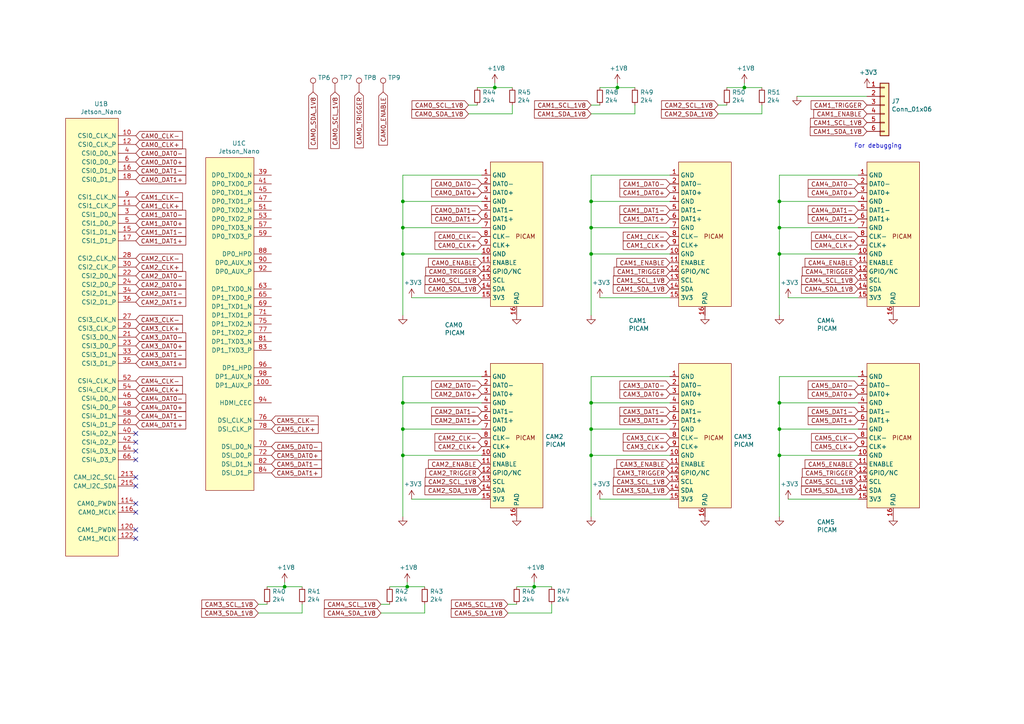
<source format=kicad_sch>
(kicad_sch (version 20200714) (host eeschema "5.99.0-unknown-6296b4e~102~ubuntu18.04.1")
  (page 1 6)
  (paper "A4")
  (lib_symbols
    (symbol "Connector:TestPoint_1" (pin_numbers hide) (pin_names (offset 0.762) hide)
      (property "Reference" "TP" (at 0 6.858 0))
      (property "Value" "TestPoint" (at 0 5.08 0))
      (symbol "TestPoint_1_0_1"
        (circle (center 0 3.302) (radius 0.762))
      )
      (symbol "TestPoint_1_1_1"
        (pin passive line (at 0 0 90) (length 2.54) (name "1") (number "1"))
      )
    )
    (symbol "Connector_Generic:Conn_01x06" (pin_names hide)
      (property "Reference" "J" (at 0 7.62 0))
      (property "Value" "Conn_01x06" (at 0 -10.16 0))
      (symbol "Conn_01x06_1_1"
        (rectangle (start -1.27 -4.953) (end 0 -5.207))
        (rectangle (start -1.27 -7.493) (end 0 -7.747))
        (rectangle (start -1.27 -2.413) (end 0 -2.667))
        (rectangle (start -1.27 2.667) (end 0 2.413))
        (rectangle (start -1.27 5.207) (end 0 4.953))
        (rectangle (start -1.27 6.35) (end 1.27 -8.89) (stroke (width 0.254)) (fill (type background)))
        (rectangle (start -1.27 0.127) (end 0 -0.127))
        (pin passive line (at -5.08 5.08 0) (length 3.81) (name "Pin_1") (number "1"))
        (pin passive line (at -5.08 2.54 0) (length 3.81) (name "Pin_2") (number "2"))
        (pin passive line (at -5.08 0 0) (length 3.81) (name "Pin_3") (number "3"))
        (pin passive line (at -5.08 -2.54 0) (length 3.81) (name "Pin_4") (number "4"))
        (pin passive line (at -5.08 -5.08 0) (length 3.81) (name "Pin_5") (number "5"))
        (pin passive line (at -5.08 -7.62 0) (length 3.81) (name "Pin_6") (number "6"))
      )
    )
    (symbol "Device:R_Small_1" (pin_numbers hide) (pin_names (offset 0.254) hide)
      (property "Reference" "R" (at 0.762 0.508 0))
      (property "Value" "R_Small" (at 0.762 -1.016 0))
      (symbol "R_Small_1_0_1"
        (rectangle (start -0.762 1.778) (end 0.762 -1.778) (stroke (width 0.2032)))
      )
      (symbol "R_Small_1_1_1"
        (pin passive line (at 0 2.54 270) (length 0.762) (name "~") (number "1"))
        (pin passive line (at 0 -2.54 90) (length 0.762) (name "~") (number "2"))
      )
    )
    (symbol "connectors:PICAM"
      (property "Reference" "U" (at 16.51 -25.4 0))
      (property "Value" "PICAM" (at 16.51 -25.4 0))
      (symbol "PICAM_0_0"
        (text "PICAM" (at 2.54 -1.27 0) (effects (font (size 1.27 1.27))))
      )
      (symbol "PICAM_0_1"
        (rectangle (start -7.62 20.32) (end 7.62 -21.59) (fill (type background)))
      )
      (symbol "PICAM_1_1"
        (pin power_in line (at -10.16 16.51 0) (length 2.54) (name "GND") (number "1"))
        (pin power_in line (at -10.16 -6.35 0) (length 2.54) (name "GND") (number "10"))
        (pin input line (at -10.16 -8.89 0) (length 2.54) (name "ENABLE") (number "11"))
        (pin input line (at -10.16 -11.43 0) (length 2.54) (name "GPIO/NC") (number "12"))
        (pin input line (at -10.16 -13.97 0) (length 2.54) (name "SCL") (number "13"))
        (pin input line (at -10.16 -16.51 0) (length 2.54) (name "SDA") (number "14"))
        (pin power_in line (at -10.16 -19.05 0) (length 2.54) (name "3V3") (number "15"))
        (pin passive line (at 0 -24.13 90) (length 2.54) (name "PAD") (number "16"))
        (pin input line (at -10.16 13.97 0) (length 2.54) (name "DAT0-") (number "2"))
        (pin input line (at -10.16 11.43 0) (length 2.54) (name "DAT0+") (number "3"))
        (pin power_in line (at -10.16 8.89 0) (length 2.54) (name "GND") (number "4"))
        (pin input line (at -10.16 6.35 0) (length 2.54) (name "DAT1-") (number "5"))
        (pin input line (at -10.16 3.81 0) (length 2.54) (name "DAT1+") (number "6"))
        (pin power_in line (at -10.16 1.27 0) (length 2.54) (name "GND") (number "7"))
        (pin input line (at -10.16 -1.27 0) (length 2.54) (name "CLK-") (number "8"))
        (pin input line (at -10.16 -3.81 0) (length 2.54) (name "CLK+") (number "9"))
      )
    )
    (symbol "nvidia_jetson:Jetson_Nano"
      (property "Reference" "U" (at 0 -60.96 0))
      (property "Value" "Jetson_Nano" (at 0 -63.5 0))
      (symbol "Jetson_Nano_1_1"
        (rectangle (start -15.24 66.04) (end 12.7 -53.34) (fill (type background)))
        (pin power_in line (at -20.32 33.02 0) (length 5.08) (name "GND") (number "1"))
        (pin power_in line (at -20.32 -43.18 0) (length 5.08) (name "GND") (number "102"))
        (pin power_in line (at -20.32 -45.72 0) (length 5.08) (name "GND") (number "107"))
        (pin power_in line (at 17.78 40.64 180) (length 5.08) (name "GND") (number "113"))
        (pin power_in line (at 17.78 38.1 180) (length 5.08) (name "GND") (number "119"))
        (pin power_in line (at 17.78 35.56 180) (length 5.08) (name "GND") (number "125"))
        (pin power_in line (at 17.78 33.02 180) (length 5.08) (name "GND") (number "129"))
        (pin power_in line (at -20.32 22.86 0) (length 5.08) (name "GND") (number "13"))
        (pin power_in line (at 17.78 30.48 180) (length 5.08) (name "GND") (number "132"))
        (pin power_in line (at 17.78 27.94 180) (length 5.08) (name "GND") (number "135"))
        (pin power_in line (at 17.78 25.4 180) (length 5.08) (name "GND") (number "138"))
        (pin power_in line (at -20.32 20.32 0) (length 5.08) (name "GND") (number "14"))
        (pin power_in line (at 17.78 22.86 180) (length 5.08) (name "GND") (number "141"))
        (pin power_in line (at 17.78 20.32 180) (length 5.08) (name "GND") (number "144"))
        (pin power_in line (at 17.78 17.78 180) (length 5.08) (name "GND") (number "146"))
        (pin power_in line (at 17.78 15.24 180) (length 5.08) (name "GND") (number "147"))
        (pin power_in line (at 17.78 12.7 180) (length 5.08) (name "GND") (number "152"))
        (pin power_in line (at 17.78 10.16 180) (length 5.08) (name "GND") (number "153"))
        (pin power_in line (at 17.78 7.62 180) (length 5.08) (name "GND") (number "158"))
        (pin power_in line (at 17.78 5.08 180) (length 5.08) (name "GND") (number "159"))
        (pin power_in line (at 17.78 2.54 180) (length 5.08) (name "GND") (number "164"))
        (pin power_in line (at 17.78 0 180) (length 5.08) (name "GND") (number "165"))
        (pin power_in line (at 17.78 -2.54 180) (length 5.08) (name "GND") (number "170"))
        (pin power_in line (at 17.78 -5.08 180) (length 5.08) (name "GND") (number "171"))
        (pin power_in line (at 17.78 -7.62 180) (length 5.08) (name "GND") (number "176"))
        (pin power_in line (at 17.78 -10.16 180) (length 5.08) (name "GND") (number "177"))
        (pin input line (at 17.78 48.26 180) (length 5.08) (name "nMOD_SLEEP") (number "178"))
        (pin power_in line (at -20.32 17.78 0) (length 5.08) (name "GND") (number "19"))
        (pin power_in line (at -20.32 30.48 0) (length 5.08) (name "GND") (number "2"))
        (pin power_in line (at -20.32 15.24 0) (length 5.08) (name "GND") (number "20"))
        (pin power_in line (at 17.78 -12.7 180) (length 5.08) (name "GND") (number "200"))
        (pin power_in line (at 17.78 -15.24 180) (length 5.08) (name "GND") (number "201"))
        (pin input line (at 17.78 53.34 180) (length 5.08) (name "nFORCE_RECOVERY") (number "214"))
        (pin power_in line (at 17.78 -17.78 180) (length 5.08) (name "GND") (number "217"))
        (pin power_in line (at 17.78 -20.32 180) (length 5.08) (name "GND") (number "231"))
        (pin input line (at 17.78 60.96 180) (length 5.08) (name "nSHUTDOWN_REQ") (number "233"))
        (pin input line (at 17.78 58.42 180) (length 5.08) (name "PMIC_BBAT") (number "235"))
        (pin input line (at 17.78 45.72 180) (length 5.08) (name "POWER_EN") (number "237"))
        (pin input line (at 17.78 50.8 180) (length 5.08) (name "nSYS_RESET") (number "239"))
        (pin input line (at 17.78 55.88 180) (length 5.08) (name "SLEEP/WAKE") (number "240"))
        (pin power_in line (at 17.78 -22.86 180) (length 5.08) (name "GND") (number "241"))
        (pin power_in line (at 17.78 -25.4 180) (length 5.08) (name "GND") (number "242"))
        (pin power_in line (at 17.78 -27.94 180) (length 5.08) (name "GND") (number "243"))
        (pin power_in line (at 17.78 -30.48 180) (length 5.08) (name "GND") (number "244"))
        (pin power_in line (at 17.78 -33.02 180) (length 5.08) (name "GND") (number "245"))
        (pin power_in line (at 17.78 -35.56 180) (length 5.08) (name "GND") (number "246"))
        (pin power_in line (at 17.78 -38.1 180) (length 5.08) (name "GND") (number "247"))
        (pin power_in line (at 17.78 -40.64 180) (length 5.08) (name "GND") (number "248"))
        (pin power_in line (at 17.78 -43.18 180) (length 5.08) (name "GND") (number "249"))
        (pin power_in line (at -20.32 12.7 0) (length 5.08) (name "GND") (number "25"))
        (pin power_in line (at 17.78 -45.72 180) (length 5.08) (name "GND") (number "250"))
        (pin power_in line (at -20.32 60.96 0) (length 5.08) (name "VDD_IN") (number "251"))
        (pin power_in line (at -20.32 58.42 0) (length 5.08) (name "VDD_IN") (number "252"))
        (pin power_in line (at -20.32 55.88 0) (length 5.08) (name "VDD_IN") (number "253"))
        (pin power_in line (at -20.32 53.34 0) (length 5.08) (name "VDD_IN") (number "254"))
        (pin power_in line (at -20.32 50.8 0) (length 5.08) (name "VDD_IN") (number "255"))
        (pin power_in line (at -20.32 48.26 0) (length 5.08) (name "VDD_IN") (number "256"))
        (pin power_in line (at -20.32 45.72 0) (length 5.08) (name "VDD_IN") (number "257"))
        (pin power_in line (at -20.32 43.18 0) (length 5.08) (name "VDD_IN") (number "258"))
        (pin power_in line (at -20.32 40.64 0) (length 5.08) (name "VDD_IN") (number "259"))
        (pin power_in line (at -20.32 10.16 0) (length 5.08) (name "GND") (number "26"))
        (pin power_in line (at -20.32 38.1 0) (length 5.08) (name "VDD_IN") (number "260"))
        (pin power_in line (at -20.32 -48.26 0) (length 5.08) (name "MNT") (number "261"))
        (pin power_in line (at 17.78 -48.26 180) (length 5.08) (name "MNT") (number "262"))
        (pin power_in line (at -20.32 7.62 0) (length 5.08) (name "GND") (number "31"))
        (pin power_in line (at -20.32 5.08 0) (length 5.08) (name "GND") (number "32"))
        (pin power_in line (at -20.32 2.54 0) (length 5.08) (name "GND") (number "37"))
        (pin power_in line (at -20.32 0 0) (length 5.08) (name "GND") (number "38"))
        (pin power_in line (at -20.32 -2.54 0) (length 5.08) (name "GND") (number "43"))
        (pin power_in line (at -20.32 -5.08 0) (length 5.08) (name "GND") (number "44"))
        (pin power_in line (at -20.32 -7.62 0) (length 5.08) (name "GND") (number "49"))
        (pin power_in line (at -20.32 -10.16 0) (length 5.08) (name "GND") (number "50"))
        (pin power_in line (at -20.32 -12.7 0) (length 5.08) (name "GND") (number "55"))
        (pin power_in line (at -20.32 -15.24 0) (length 5.08) (name "GND") (number "56"))
        (pin power_in line (at -20.32 -17.78 0) (length 5.08) (name "GND") (number "61"))
        (pin power_in line (at -20.32 -20.32 0) (length 5.08) (name "GND") (number "62"))
        (pin power_in line (at -20.32 -22.86 0) (length 5.08) (name "GND") (number "67"))
        (pin power_in line (at -20.32 -25.4 0) (length 5.08) (name "GND") (number "68"))
        (pin power_in line (at -20.32 27.94 0) (length 5.08) (name "GND") (number "7"))
        (pin power_in line (at -20.32 -27.94 0) (length 5.08) (name "GND") (number "73"))
        (pin power_in line (at -20.32 -30.48 0) (length 5.08) (name "GND") (number "74"))
        (pin power_in line (at -20.32 -33.02 0) (length 5.08) (name "GND") (number "79"))
        (pin power_in line (at -20.32 25.4 0) (length 5.08) (name "GND") (number "8"))
        (pin power_in line (at -20.32 -35.56 0) (length 5.08) (name "GND") (number "80"))
        (pin power_in line (at -20.32 -38.1 0) (length 5.08) (name "GND") (number "85"))
        (pin power_in line (at -20.32 -40.64 0) (length 5.08) (name "GND") (number "86"))
      )
      (symbol "Jetson_Nano_2_1"
        (rectangle (start -7.62 63.5) (end 7.62 -63.5) (fill (type background)))
        (pin input line (at 12.7 58.42 180) (length 5.08) (name "CSI0_CLK_N") (number "10"))
        (pin input line (at 12.7 38.1 180) (length 5.08) (name "CSI1_CLK_P") (number "11"))
        (pin input line (at 12.7 -48.26 180) (length 5.08) (name "CAM0_PWDN") (number "114"))
        (pin input line (at 12.7 -50.8 180) (length 5.08) (name "CAM0_MCLK") (number "116"))
        (pin input line (at 12.7 55.88 180) (length 5.08) (name "CSI0_CLK_P") (number "12"))
        (pin input line (at 12.7 -55.88 180) (length 5.08) (name "CAM1_PWDN") (number "120"))
        (pin input line (at 12.7 -58.42 180) (length 5.08) (name "CAM1_MCLK") (number "122"))
        (pin input line (at 12.7 30.48 180) (length 5.08) (name "CSI1_D1_N") (number "15"))
        (pin input line (at 12.7 48.26 180) (length 5.08) (name "CSI0_D1_N") (number "16"))
        (pin input line (at 12.7 27.94 180) (length 5.08) (name "CSI1_D1_P") (number "17"))
        (pin input line (at 12.7 45.72 180) (length 5.08) (name "CSI0_D1_P") (number "18"))
        (pin input line (at 12.7 0 180) (length 5.08) (name "CSI3_D0_N") (number "21"))
        (pin input line (at 12.7 -40.64 180) (length 5.08) (name "CAM_I2C_SCL") (number "213"))
        (pin input line (at 12.7 -43.18 180) (length 5.08) (name "CAM_I2C_SDA") (number "215"))
        (pin input line (at 12.7 17.78 180) (length 5.08) (name "CSI2_D0_N") (number "22"))
        (pin input line (at 12.7 -2.54 180) (length 5.08) (name "CSI3_D0_P") (number "23"))
        (pin input line (at 12.7 15.24 180) (length 5.08) (name "CSI2_D0_P") (number "24"))
        (pin input line (at 12.7 5.08 180) (length 5.08) (name "CSI3_CLK_N") (number "27"))
        (pin input line (at 12.7 22.86 180) (length 5.08) (name "CSI2_CLK_N") (number "28"))
        (pin input line (at 12.7 2.54 180) (length 5.08) (name "CSI3_CLK_P") (number "29"))
        (pin input line (at 12.7 35.56 180) (length 5.08) (name "CSI1_D0_N") (number "3"))
        (pin input line (at 12.7 20.32 180) (length 5.08) (name "CSI2_CLK_P") (number "30"))
        (pin input line (at 12.7 -5.08 180) (length 5.08) (name "CSI3_D1_N") (number "33"))
        (pin input line (at 12.7 12.7 180) (length 5.08) (name "CSI2_D1_N") (number "34"))
        (pin input line (at 12.7 -7.62 180) (length 5.08) (name "CSI3_D1_P") (number "35"))
        (pin input line (at 12.7 10.16 180) (length 5.08) (name "CSI2_D1_P") (number "36"))
        (pin input line (at 12.7 53.34 180) (length 5.08) (name "CSI0_D0_N") (number "4"))
        (pin input line (at 12.7 -27.94 180) (length 5.08) (name "CSI4_D2_N") (number "40"))
        (pin input line (at 12.7 -30.48 180) (length 5.08) (name "CSI4_D2_P") (number "42"))
        (pin input line (at 12.7 -17.78 180) (length 5.08) (name "CSI4_D0_N") (number "46"))
        (pin input line (at 12.7 -20.32 180) (length 5.08) (name "CSI4_D0_P") (number "48"))
        (pin input line (at 12.7 33.02 180) (length 5.08) (name "CSI1_D0_P") (number "5"))
        (pin input line (at 12.7 -12.7 180) (length 5.08) (name "CSI4_CLK_N") (number "52"))
        (pin input line (at 12.7 -15.24 180) (length 5.08) (name "CSI4_CLK_P") (number "54"))
        (pin input line (at 12.7 -22.86 180) (length 5.08) (name "CSI4_D1_N") (number "58"))
        (pin input line (at 12.7 50.8 180) (length 5.08) (name "CSI0_D0_P") (number "6"))
        (pin input line (at 12.7 -25.4 180) (length 5.08) (name "CSI4_D1_P") (number "60"))
        (pin input line (at 12.7 -33.02 180) (length 5.08) (name "CSI4_D3_N") (number "64"))
        (pin input line (at 12.7 -35.56 180) (length 5.08) (name "CSI4_D3_P") (number "66"))
        (pin input line (at 12.7 40.64 180) (length 5.08) (name "CSI1_CLK_N") (number "9"))
      )
      (symbol "Jetson_Nano_3_1"
        (rectangle (start -6.35 45.72) (end 7.62 -50.8) (fill (type background)))
        (pin input line (at 12.7 -20.32 180) (length 5.08) (name "DP1_AUX_P") (number "100"))
        (pin input line (at 12.7 40.64 180) (length 5.08) (name "DP0_TXD0_N") (number "39"))
        (pin input line (at 12.7 38.1 180) (length 5.08) (name "DP0_TXD0_P") (number "41"))
        (pin input line (at 12.7 35.56 180) (length 5.08) (name "DP0_TXD1_N") (number "45"))
        (pin input line (at 12.7 33.02 180) (length 5.08) (name "DP0_TXD1_P") (number "47"))
        (pin input line (at 12.7 30.48 180) (length 5.08) (name "DP0_TXD2_N") (number "51"))
        (pin input line (at 12.7 27.94 180) (length 5.08) (name "DP0_TXD2_P") (number "53"))
        (pin input line (at 12.7 25.4 180) (length 5.08) (name "DP0_TXD3_N") (number "57"))
        (pin input line (at 12.7 22.86 180) (length 5.08) (name "DP0_TXD3_P") (number "59"))
        (pin input line (at 12.7 7.62 180) (length 5.08) (name "DP1_TXD0_N") (number "63"))
        (pin input line (at 12.7 5.08 180) (length 5.08) (name "DP1_TXD0_P") (number "65"))
        (pin input line (at 12.7 2.54 180) (length 5.08) (name "DP1_TXD1_N") (number "69"))
        (pin input line (at 12.7 -38.1 180) (length 5.08) (name "DSI_D0_N") (number "70"))
        (pin input line (at 12.7 0 180) (length 5.08) (name "DP1_TXD1_P") (number "71"))
        (pin input line (at 12.7 -40.64 180) (length 5.08) (name "DSI_D0_P") (number "72"))
        (pin input line (at 12.7 -2.54 180) (length 5.08) (name "DP1_TXD2_N") (number "75"))
        (pin input line (at 12.7 -30.48 180) (length 5.08) (name "DSI_CLK_N") (number "76"))
        (pin input line (at 12.7 -5.08 180) (length 5.08) (name "DP1_TXD2_P") (number "77"))
        (pin input line (at 12.7 -33.02 180) (length 5.08) (name "DSI_CLK_P") (number "78"))
        (pin input line (at 12.7 -7.62 180) (length 5.08) (name "DP1_TXD3_N") (number "81"))
        (pin input line (at 12.7 -43.18 180) (length 5.08) (name "DSI_D1_N") (number "82"))
        (pin input line (at 12.7 -10.16 180) (length 5.08) (name "DP1_TXD3_P") (number "83"))
        (pin input line (at 12.7 -45.72 180) (length 5.08) (name "DSI_D1_P") (number "84"))
        (pin input line (at 12.7 17.78 180) (length 5.08) (name "DP0_HPD") (number "88"))
        (pin input line (at 12.7 15.24 180) (length 5.08) (name "DP0_AUX_N") (number "90"))
        (pin input line (at 12.7 12.7 180) (length 5.08) (name "DP0_AUX_P") (number "92"))
        (pin input line (at 12.7 -25.4 180) (length 5.08) (name "HDMI_CEC") (number "94"))
        (pin input line (at 12.7 -15.24 180) (length 5.08) (name "DP1_HPD") (number "96"))
        (pin input line (at 12.7 -17.78 180) (length 5.08) (name "DP1_AUX_N") (number "98"))
      )
      (symbol "Jetson_Nano_4_1"
        (rectangle (start -7.62 45.72) (end 10.16 -52.07) (fill (type background)))
        (pin input line (at 15.24 10.16 180) (length 5.08) (name "PCIE0_RX0_N") (number "131"))
        (pin input line (at 15.24 7.62 180) (length 5.08) (name "PCIE0_RX0_P") (number "133"))
        (pin input line (at 15.24 33.02 180) (length 5.08) (name "PCIE0_TX0_N") (number "134"))
        (pin input line (at 15.24 30.48 180) (length 5.08) (name "PCIE0_TX0_P") (number "136"))
        (pin input line (at 15.24 5.08 180) (length 5.08) (name "PCIE0_RX1_N") (number "137"))
        (pin input line (at 15.24 2.54 180) (length 5.08) (name "PCIE0_RX1_P") (number "139"))
        (pin input line (at 15.24 27.94 180) (length 5.08) (name "PCIE0_TX1_N") (number "140"))
        (pin input line (at 15.24 25.4 180) (length 5.08) (name "PCIE0_TX1_P") (number "142"))
        (pin input line (at 15.24 22.86 180) (length 5.08) (name "PCIE0_TX2_N") (number "148"))
        (pin input line (at 15.24 0 180) (length 5.08) (name "PCIE0_RX2_N") (number "149"))
        (pin input line (at 15.24 20.32 180) (length 5.08) (name "PCIE0_TX2_P") (number "150"))
        (pin input line (at 15.24 -2.54 180) (length 5.08) (name "PCIE0_RX2_P") (number "151"))
        (pin input line (at 15.24 17.78 180) (length 5.08) (name "PCIE0_TX3_N") (number "154"))
        (pin input line (at 15.24 -5.08 180) (length 5.08) (name "PCIE0_RX3_N") (number "155"))
        (pin input line (at 15.24 15.24 180) (length 5.08) (name "PCIE0_TX3_P") (number "156"))
        (pin input line (at 15.24 -7.62 180) (length 5.08) (name "PCIE0_RX3_P") (number "157"))
        (pin input line (at 15.24 40.64 180) (length 5.08) (name "PCIE0_CLK_N") (number "160"))
        (pin input line (at 15.24 38.1 180) (length 5.08) (name "PCIE0_CLK_P") (number "162"))
        (pin input line (at 15.24 -38.1 180) (length 5.08) (name "PCIE1_RX0_N") (number "167"))
        (pin input line (at 15.24 -40.64 180) (length 5.08) (name "PCIE1_RX0_P") (number "169"))
        (pin input line (at 15.24 -30.48 180) (length 5.08) (name "PCIE1_TX0_N") (number "172"))
        (pin input line (at 15.24 -22.86 180) (length 5.08) (name "PCIE1_CLK_N") (number "173"))
        (pin input line (at 15.24 -33.02 180) (length 5.08) (name "PCIE1_TX0_P") (number "174"))
        (pin input line (at 15.24 -25.4 180) (length 5.08) (name "PCIE1_CLK_P") (number "175"))
        (pin input line (at 15.24 -12.7 180) (length 5.08) (name "nPCIE_WAKE") (number "179"))
        (pin input line (at 15.24 -17.78 180) (length 5.08) (name "nPCIE0_CLKREQ") (number "180"))
        (pin input line (at 15.24 -15.24 180) (length 5.08) (name "nPCIE0_RST") (number "181"))
        (pin input line (at 15.24 -45.72 180) (length 5.08) (name "nPCIE1_CLKREQ") (number "182"))
        (pin input line (at 15.24 -48.26 180) (length 5.08) (name "nPCIE1_RST") (number "183"))
      )
      (symbol "Jetson_Nano_5_1"
        (rectangle (start -7.62 43.18) (end 7.62 -45.72) (fill (type background)))
        (pin input line (at 12.7 38.1 180) (length 5.08) (name "USB0_D_N") (number "109"))
        (pin input line (at 12.7 35.56 180) (length 5.08) (name "USB0_D_P") (number "111"))
        (pin input line (at 12.7 30.48 180) (length 5.08) (name "USB1_D_N") (number "115"))
        (pin input line (at 12.7 27.94 180) (length 5.08) (name "USB1_D_P") (number "117"))
        (pin input line (at 12.7 22.86 180) (length 5.08) (name "USB2_D_N") (number "121"))
        (pin input line (at 12.7 20.32 180) (length 5.08) (name "USB2_D_P") (number "123"))
        (pin input line (at 12.7 15.24 180) (length 5.08) (name "USBSS_RX_N") (number "161"))
        (pin input line (at 12.7 12.7 180) (length 5.08) (name "USBSS_RX_P") (number "163"))
        (pin input line (at 12.7 10.16 180) (length 5.08) (name "USBSS_TX_N") (number "166"))
        (pin input line (at 12.7 7.62 180) (length 5.08) (name "USBSS_TX_P") (number "168"))
        (pin input line (at 12.7 2.54 180) (length 5.08) (name "GBE_MDI0_N") (number "184"))
        (pin input line (at 12.7 0 180) (length 5.08) (name "GBE_MDI0_P") (number "186"))
        (pin input line (at 12.7 -20.32 180) (length 5.08) (name "GBE_LED_LINK") (number "188"))
        (pin input line (at 12.7 -2.54 180) (length 5.08) (name "GBE_MDI1_N") (number "190"))
        (pin input line (at 12.7 -5.08 180) (length 5.08) (name "GBE_MDI1_P") (number "192"))
        (pin input line (at 12.7 -22.86 180) (length 5.08) (name "GBE_LED_ACT") (number "194"))
        (pin input line (at 12.7 -7.62 180) (length 5.08) (name "GBE_MDI2_N") (number "196"))
        (pin input line (at 12.7 -10.16 180) (length 5.08) (name "GBE_MDI2_P") (number "198"))
        (pin input line (at 12.7 -12.7 180) (length 5.08) (name "GBE_MDI3_N") (number "202"))
        (pin input line (at 12.7 -15.24 180) (length 5.08) (name "GBE_MDI3_P") (number "204"))
        (pin input line (at 12.7 -27.94 180) (length 5.08) (name "SDMMC_DAT0") (number "219"))
        (pin input line (at 12.7 -30.48 180) (length 5.08) (name "SDMMC_DAT1") (number "221"))
        (pin input line (at 12.7 -33.02 180) (length 5.08) (name "SDMMC_DAT2") (number "223"))
        (pin input line (at 12.7 -35.56 180) (length 5.08) (name "SDMMC_DAT3") (number "225"))
        (pin input line (at 12.7 -38.1 180) (length 5.08) (name "SDMMC_CMD") (number "227"))
        (pin input line (at 12.7 -40.64 180) (length 5.08) (name "SDMMC_CLK") (number "229"))
      )
      (symbol "Jetson_Nano_6_1"
        (rectangle (start -7.62 60.96) (end 7.62 -55.88) (fill (type background)))
        (pin input line (at 12.7 53.34 180) (length 5.08) (name "UART0_RXD") (number "101"))
        (pin input line (at 12.7 50.8 180) (length 5.08) (name "UART0_RTS") (number "103"))
        (pin input line (at 12.7 5.08 180) (length 5.08) (name "SPI1_MOSI") (number "104"))
        (pin input line (at 12.7 48.26 180) (length 5.08) (name "UART0_CTS") (number "105"))
        (pin input line (at 12.7 7.62 180) (length 5.08) (name "SPI1_SCK") (number "106"))
        (pin input line (at 12.7 2.54 180) (length 5.08) (name "SPI1_MISO") (number "108"))
        (pin input line (at 12.7 0 180) (length 5.08) (name "SPI1_CS0") (number "110"))
        (pin input line (at 12.7 -2.54 180) (length 5.08) (name "SPI1_CS1") (number "112"))
        (pin input line (at 12.7 -48.26 180) (length 5.08) (name "CAN_RX") (number "143"))
        (pin input line (at 12.7 -50.8 180) (length 5.08) (name "CAN_TX") (number "145"))
        (pin input line (at 12.7 26.67 180) (length 5.08) (name "I2C0_SCL") (number "185"))
        (pin input line (at 12.7 24.13 180) (length 5.08) (name "I2C0_SDA") (number "187"))
        (pin input line (at 12.7 20.32 180) (length 5.08) (name "I2C1_SCL") (number "189"))
        (pin input line (at 12.7 17.78 180) (length 5.08) (name "I2C1_SDA") (number "191"))
        (pin input line (at 12.7 -22.86 180) (length 5.08) (name "I2S0_DOUT") (number "193"))
        (pin input line (at 12.7 -25.4 180) (length 5.08) (name "I2S0_DIN") (number "195"))
        (pin input line (at 12.7 -27.94 180) (length 5.08) (name "I2S0_FS") (number "197"))
        (pin input line (at 12.7 -30.48 180) (length 5.08) (name "I2S0_SCLK") (number "199"))
        (pin input line (at 12.7 44.45 180) (length 5.08) (name "UART1_TXD") (number "203"))
        (pin input line (at 12.7 41.91 180) (length 5.08) (name "UART1_RXD") (number "205"))
        (pin input line (at 12.7 39.37 180) (length 5.08) (name "UART1_RTS") (number "207"))
        (pin input line (at 12.7 36.83 180) (length 5.08) (name "UART1_CTS") (number "209"))
        (pin input line (at 12.7 -35.56 180) (length 5.08) (name "I2S1_DOUT") (number "220"))
        (pin input line (at 12.7 -38.1 180) (length 5.08) (name "I2S1_DIN") (number "222"))
        (pin input line (at 12.7 -40.64 180) (length 5.08) (name "I2S1_FS") (number "224"))
        (pin input line (at 12.7 -43.18 180) (length 5.08) (name "I2S1_SCLK") (number "226"))
        (pin input line (at 12.7 13.97 180) (length 5.08) (name "I2C2_SCL") (number "232"))
        (pin input line (at 12.7 11.43 180) (length 5.08) (name "I2C2_SDA") (number "234"))
        (pin input line (at 12.7 33.02 180) (length 5.08) (name "UART2_TXD") (number "236"))
        (pin input line (at 12.7 30.48 180) (length 5.08) (name "UART2_RXD") (number "238"))
        (pin input line (at 12.7 -10.16 180) (length 5.08) (name "SPI0_MOSI") (number "89"))
        (pin input line (at 12.7 -7.62 180) (length 5.08) (name "SPI0_SCK") (number "91"))
        (pin input line (at 12.7 -12.7 180) (length 5.08) (name "SPI0_MISO") (number "93"))
        (pin input line (at 12.7 -15.24 180) (length 5.08) (name "SPI0_CS0") (number "95"))
        (pin input line (at 12.7 -17.78 180) (length 5.08) (name "SPI0_CS1") (number "97"))
        (pin input line (at 12.7 55.88 180) (length 5.08) (name "UART0_TXD") (number "99"))
      )
      (symbol "Jetson_Nano_7_1"
        (rectangle (start -7.62 22.86) (end 7.62 -25.4) (fill (type background)))
        (pin input line (at 12.7 16.51 180) (length 5.08) (name "GPIO01") (number "118"))
        (pin input line (at 12.7 13.97 180) (length 5.08) (name "GPIO02") (number "124"))
        (pin input line (at 12.7 11.43 180) (length 5.08) (name "GPIO03") (number "126"))
        (pin input line (at 12.7 8.89 180) (length 5.08) (name "GPIO04") (number "127"))
        (pin input line (at 12.7 6.35 180) (length 5.08) (name "GPIO05") (number "128"))
        (pin input line (at 12.7 3.81 180) (length 5.08) (name "GPIO06") (number "130"))
        (pin input line (at 12.7 1.27 180) (length 5.08) (name "GPIO07") (number "206"))
        (pin input line (at 12.7 -1.27 180) (length 5.08) (name "GPIO08") (number "208"))
        (pin input line (at 12.7 -21.59 180) (length 5.08) (name "CLK_32K_OUT") (number "210"))
        (pin input line (at 12.7 -3.81 180) (length 5.08) (name "GPIO09") (number "211"))
        (pin input line (at 12.7 -6.35 180) (length 5.08) (name "GPIO10") (number "212"))
        (pin input line (at 12.7 -8.89 180) (length 5.08) (name "GPIO11") (number "216"))
        (pin input line (at 12.7 -11.43 180) (length 5.08) (name "GPIO12") (number "218"))
        (pin input line (at 12.7 -13.97 180) (length 5.08) (name "GPIO13") (number "228"))
        (pin input line (at 12.7 -16.51 180) (length 5.08) (name "GPIO14") (number "230"))
        (pin input line (at 12.7 19.05 180) (length 5.08) (name "GPIO0") (number "87"))
      )
    )
    (symbol "power:+1V8" (power) (pin_names (offset 0))
      (property "Value" "+1V8" (at 0 3.556 0))
      (symbol "+1V8_0_1"
        (polyline (pts (xy -0.762 1.27) (xy 0 2.54)))
        (polyline (pts (xy 0 0) (xy 0 2.54)))
        (polyline (pts (xy 0 2.54) (xy 0.762 1.27)))
      )
      (symbol "+1V8_1_1"
        (pin power_in line (at 0 0 90) (length 0) hide (name "+1V8") (number "1"))
      )
    )
    (symbol "power:+3V3" (power) (pin_names (offset 0))
      (property "Value" "+3V3" (at 0 3.556 0))
      (symbol "+3V3_0_1"
        (polyline (pts (xy -0.762 1.27) (xy 0 2.54)))
        (polyline (pts (xy 0 0) (xy 0 2.54)))
        (polyline (pts (xy 0 2.54) (xy 0.762 1.27)))
      )
      (symbol "+3V3_1_1"
        (pin power_in line (at 0 0 90) (length 0) hide (name "+3V3") (number "1"))
      )
    )
    (symbol "power:GND" (power) (pin_names (offset 0))
      (property "Value" "GND" (at 0 -3.81 0))
      (symbol "GND_0_1"
        (polyline (pts (xy 0 0) (xy 0 -1.27) (xy 1.27 -1.27) (xy 0 -2.54) (xy -1.27 -1.27) (xy 0 -1.27)))
      )
      (symbol "GND_1_1"
        (pin power_in line (at 0 0 270) (length 0) hide (name "GND") (number "1"))
      )
    )
  )
  (junction (at 82.55 170.18))
  (junction (at 116.84 58.42))
  (junction (at 116.84 66.04))
  (junction (at 116.84 73.66))
  (junction (at 116.84 116.84))
  (junction (at 116.84 124.46))
  (junction (at 116.84 132.08))
  (junction (at 118.11 170.18))
  (junction (at 143.51 25.4))
  (junction (at 154.94 170.18))
  (junction (at 171.45 58.42))
  (junction (at 171.45 66.04))
  (junction (at 171.45 73.66))
  (junction (at 171.45 116.84))
  (junction (at 171.45 124.46))
  (junction (at 171.45 132.08))
  (junction (at 179.07 25.4))
  (junction (at 215.9 25.4))
  (junction (at 226.06 58.42))
  (junction (at 226.06 66.04))
  (junction (at 226.06 73.66))
  (junction (at 226.06 116.84))
  (junction (at 226.06 124.46))
  (junction (at 226.06 132.08))
  (no_connect (at 39.37 148.59))
  (no_connect (at 39.37 156.21))
  (no_connect (at 39.37 133.35))
  (no_connect (at 39.37 125.73))
  (no_connect (at 39.37 138.43))
  (no_connect (at 39.37 146.05))
  (no_connect (at 39.37 128.27))
  (no_connect (at 39.37 140.97))
  (no_connect (at 39.37 153.67))
  (no_connect (at 39.37 130.81))
  (wire (pts (xy 74.93 175.26) (xy 77.47 175.26)))
  (wire (pts (xy 74.93 177.8) (xy 87.63 177.8)))
  (wire (pts (xy 77.47 170.18) (xy 82.55 170.18)))
  (wire (pts (xy 82.55 170.18) (xy 82.55 168.91)))
  (wire (pts (xy 87.63 170.18) (xy 82.55 170.18)))
  (wire (pts (xy 87.63 175.26) (xy 87.63 177.8)))
  (wire (pts (xy 110.49 175.26) (xy 113.03 175.26)))
  (wire (pts (xy 110.49 177.8) (xy 123.19 177.8)))
  (wire (pts (xy 113.03 170.18) (xy 118.11 170.18)))
  (wire (pts (xy 116.84 50.8) (xy 116.84 58.42)))
  (wire (pts (xy 116.84 50.8) (xy 139.7 50.8)))
  (wire (pts (xy 116.84 58.42) (xy 116.84 66.04)))
  (wire (pts (xy 116.84 58.42) (xy 139.7 58.42)))
  (wire (pts (xy 116.84 66.04) (xy 116.84 73.66)))
  (wire (pts (xy 116.84 66.04) (xy 139.7 66.04)))
  (wire (pts (xy 116.84 73.66) (xy 116.84 91.44)))
  (wire (pts (xy 116.84 73.66) (xy 139.7 73.66)))
  (wire (pts (xy 116.84 109.22) (xy 116.84 116.84)))
  (wire (pts (xy 116.84 109.22) (xy 139.7 109.22)))
  (wire (pts (xy 116.84 116.84) (xy 116.84 124.46)))
  (wire (pts (xy 116.84 116.84) (xy 139.7 116.84)))
  (wire (pts (xy 116.84 124.46) (xy 116.84 132.08)))
  (wire (pts (xy 116.84 124.46) (xy 139.7 124.46)))
  (wire (pts (xy 116.84 132.08) (xy 116.84 149.86)))
  (wire (pts (xy 116.84 132.08) (xy 139.7 132.08)))
  (wire (pts (xy 118.11 170.18) (xy 118.11 168.91)))
  (wire (pts (xy 119.38 86.36) (xy 139.7 86.36)))
  (wire (pts (xy 119.38 144.78) (xy 139.7 144.78)))
  (wire (pts (xy 123.19 170.18) (xy 118.11 170.18)))
  (wire (pts (xy 123.19 175.26) (xy 123.19 177.8)))
  (wire (pts (xy 135.89 30.48) (xy 138.43 30.48)))
  (wire (pts (xy 135.89 33.02) (xy 148.59 33.02)))
  (wire (pts (xy 138.43 25.4) (xy 143.51 25.4)))
  (wire (pts (xy 143.51 25.4) (xy 143.51 24.13)))
  (wire (pts (xy 147.32 175.26) (xy 149.86 175.26)))
  (wire (pts (xy 147.32 177.8) (xy 160.02 177.8)))
  (wire (pts (xy 148.59 25.4) (xy 143.51 25.4)))
  (wire (pts (xy 148.59 30.48) (xy 148.59 33.02)))
  (wire (pts (xy 149.86 170.18) (xy 154.94 170.18)))
  (wire (pts (xy 154.94 170.18) (xy 154.94 168.91)))
  (wire (pts (xy 160.02 170.18) (xy 154.94 170.18)))
  (wire (pts (xy 160.02 175.26) (xy 160.02 177.8)))
  (wire (pts (xy 171.45 30.48) (xy 173.99 30.48)))
  (wire (pts (xy 171.45 33.02) (xy 184.15 33.02)))
  (wire (pts (xy 171.45 50.8) (xy 171.45 58.42)))
  (wire (pts (xy 171.45 50.8) (xy 194.31 50.8)))
  (wire (pts (xy 171.45 58.42) (xy 171.45 66.04)))
  (wire (pts (xy 171.45 58.42) (xy 194.31 58.42)))
  (wire (pts (xy 171.45 66.04) (xy 171.45 73.66)))
  (wire (pts (xy 171.45 66.04) (xy 194.31 66.04)))
  (wire (pts (xy 171.45 73.66) (xy 171.45 91.44)))
  (wire (pts (xy 171.45 73.66) (xy 194.31 73.66)))
  (wire (pts (xy 171.45 109.22) (xy 171.45 116.84)))
  (wire (pts (xy 171.45 109.22) (xy 194.31 109.22)))
  (wire (pts (xy 171.45 116.84) (xy 171.45 124.46)))
  (wire (pts (xy 171.45 116.84) (xy 194.31 116.84)))
  (wire (pts (xy 171.45 124.46) (xy 171.45 132.08)))
  (wire (pts (xy 171.45 124.46) (xy 194.31 124.46)))
  (wire (pts (xy 171.45 132.08) (xy 171.45 149.86)))
  (wire (pts (xy 171.45 132.08) (xy 194.31 132.08)))
  (wire (pts (xy 173.99 25.4) (xy 179.07 25.4)))
  (wire (pts (xy 173.99 86.36) (xy 194.31 86.36)))
  (wire (pts (xy 173.99 144.78) (xy 194.31 144.78)))
  (wire (pts (xy 179.07 25.4) (xy 179.07 24.13)))
  (wire (pts (xy 184.15 25.4) (xy 179.07 25.4)))
  (wire (pts (xy 184.15 30.48) (xy 184.15 33.02)))
  (wire (pts (xy 208.28 30.48) (xy 210.82 30.48)))
  (wire (pts (xy 208.28 33.02) (xy 220.98 33.02)))
  (wire (pts (xy 210.82 25.4) (xy 215.9 25.4)))
  (wire (pts (xy 215.9 25.4) (xy 215.9 24.13)))
  (wire (pts (xy 220.98 25.4) (xy 215.9 25.4)))
  (wire (pts (xy 220.98 30.48) (xy 220.98 33.02)))
  (wire (pts (xy 226.06 50.8) (xy 226.06 58.42)))
  (wire (pts (xy 226.06 50.8) (xy 248.92 50.8)))
  (wire (pts (xy 226.06 58.42) (xy 226.06 66.04)))
  (wire (pts (xy 226.06 58.42) (xy 248.92 58.42)))
  (wire (pts (xy 226.06 66.04) (xy 226.06 73.66)))
  (wire (pts (xy 226.06 66.04) (xy 248.92 66.04)))
  (wire (pts (xy 226.06 73.66) (xy 226.06 91.44)))
  (wire (pts (xy 226.06 73.66) (xy 248.92 73.66)))
  (wire (pts (xy 226.06 109.22) (xy 226.06 116.84)))
  (wire (pts (xy 226.06 109.22) (xy 248.92 109.22)))
  (wire (pts (xy 226.06 116.84) (xy 226.06 124.46)))
  (wire (pts (xy 226.06 116.84) (xy 248.92 116.84)))
  (wire (pts (xy 226.06 124.46) (xy 226.06 132.08)))
  (wire (pts (xy 226.06 124.46) (xy 248.92 124.46)))
  (wire (pts (xy 226.06 132.08) (xy 226.06 149.86)))
  (wire (pts (xy 226.06 132.08) (xy 248.92 132.08)))
  (wire (pts (xy 228.6 86.36) (xy 248.92 86.36)))
  (wire (pts (xy 228.6 144.78) (xy 248.92 144.78)))
  (wire (pts (xy 231.14 27.94) (xy 251.46 27.94)))
  (text "For debugging" (at 261.62 43.18 180) (effects (font (size 1.27 1.27)) (justify right bottom)))
  (global_label "CAM0_CLK-" (shape input) (at 39.37 39.37 0))
  (global_label "CAM0_CLK+" (shape input) (at 39.37 41.91 0))
  (global_label "CAM0_DAT0-" (shape input) (at 39.37 44.45 0))
  (global_label "CAM0_DAT0+" (shape input) (at 39.37 46.99 0))
  (global_label "CAM0_DAT1-" (shape input) (at 39.37 49.53 0))
  (global_label "CAM0_DAT1+" (shape input) (at 39.37 52.07 0))
  (global_label "CAM1_CLK-" (shape input) (at 39.37 57.15 0))
  (global_label "CAM1_CLK+" (shape input) (at 39.37 59.69 0))
  (global_label "CAM1_DAT0-" (shape input) (at 39.37 62.23 0))
  (global_label "CAM1_DAT0+" (shape input) (at 39.37 64.77 0))
  (global_label "CAM1_DAT1-" (shape input) (at 39.37 67.31 0))
  (global_label "CAM1_DAT1+" (shape input) (at 39.37 69.85 0))
  (global_label "CAM2_CLK-" (shape input) (at 39.37 74.93 0))
  (global_label "CAM2_CLK+" (shape input) (at 39.37 77.47 0))
  (global_label "CAM2_DAT0-" (shape input) (at 39.37 80.01 0))
  (global_label "CAM2_DAT0+" (shape input) (at 39.37 82.55 0))
  (global_label "CAM2_DAT1-" (shape input) (at 39.37 85.09 0))
  (global_label "CAM2_DAT1+" (shape input) (at 39.37 87.63 0))
  (global_label "CAM3_CLK-" (shape input) (at 39.37 92.71 0))
  (global_label "CAM3_CLK+" (shape input) (at 39.37 95.25 0))
  (global_label "CAM3_DAT0-" (shape input) (at 39.37 97.79 0))
  (global_label "CAM3_DAT0+" (shape input) (at 39.37 100.33 0))
  (global_label "CAM3_DAT1-" (shape input) (at 39.37 102.87 0))
  (global_label "CAM3_DAT1+" (shape input) (at 39.37 105.41 0))
  (global_label "CAM4_CLK-" (shape input) (at 39.37 110.49 0))
  (global_label "CAM4_CLK+" (shape input) (at 39.37 113.03 0))
  (global_label "CAM4_DAT0-" (shape input) (at 39.37 115.57 0))
  (global_label "CAM4_DAT0+" (shape input) (at 39.37 118.11 0))
  (global_label "CAM4_DAT1-" (shape input) (at 39.37 120.65 0))
  (global_label "CAM4_DAT1+" (shape input) (at 39.37 123.19 0))
  (global_label "CAM3_SCL_1V8" (shape input) (at 74.93 175.26 180))
  (global_label "CAM3_SDA_1V8" (shape input) (at 74.93 177.8 180))
  (global_label "CAM5_CLK-" (shape input) (at 78.74 121.92 0))
  (global_label "CAM5_CLK+" (shape input) (at 78.74 124.46 0))
  (global_label "CAM5_DAT0-" (shape input) (at 78.74 129.54 0))
  (global_label "CAM5_DAT0+" (shape input) (at 78.74 132.08 0))
  (global_label "CAM5_DAT1-" (shape input) (at 78.74 134.62 0))
  (global_label "CAM5_DAT1+" (shape input) (at 78.74 137.16 0))
  (global_label "CAM0_SDA_1V8" (shape input) (at 90.805 26.67 270))
  (global_label "CAM0_SCL_1V8" (shape input) (at 97.155 26.67 270))
  (global_label "CAM0_TRIGGER" (shape input) (at 104.14 26.67 270))
  (global_label "CAM4_SCL_1V8" (shape input) (at 110.49 175.26 180))
  (global_label "CAM4_SDA_1V8" (shape input) (at 110.49 177.8 180))
  (global_label "CAM0_ENABLE" (shape input) (at 111.125 26.67 270))
  (global_label "CAM0_SCL_1V8" (shape input) (at 135.89 30.48 180))
  (global_label "CAM0_SDA_1V8" (shape input) (at 135.89 33.02 180))
  (global_label "CAM0_DAT0-" (shape input) (at 139.7 53.34 180))
  (global_label "CAM0_DAT0+" (shape input) (at 139.7 55.88 180))
  (global_label "CAM0_DAT1-" (shape input) (at 139.7 60.96 180))
  (global_label "CAM0_DAT1+" (shape input) (at 139.7 63.5 180))
  (global_label "CAM0_CLK-" (shape input) (at 139.7 68.58 180))
  (global_label "CAM0_CLK+" (shape input) (at 139.7 71.12 180))
  (global_label "CAM0_ENABLE" (shape input) (at 139.7 76.2 180))
  (global_label "CAM0_TRIGGER" (shape input) (at 139.7 78.74 180))
  (global_label "CAM0_SCL_1V8" (shape input) (at 139.7 81.28 180))
  (global_label "CAM0_SDA_1V8" (shape input) (at 139.7 83.82 180))
  (global_label "CAM2_DAT0-" (shape input) (at 139.7 111.76 180))
  (global_label "CAM2_DAT0+" (shape input) (at 139.7 114.3 180))
  (global_label "CAM2_DAT1-" (shape input) (at 139.7 119.38 180))
  (global_label "CAM2_DAT1+" (shape input) (at 139.7 121.92 180))
  (global_label "CAM2_CLK-" (shape input) (at 139.7 127 180))
  (global_label "CAM2_CLK+" (shape input) (at 139.7 129.54 180))
  (global_label "CAM2_ENABLE" (shape input) (at 139.7 134.62 180))
  (global_label "CAM2_TRIGGER" (shape input) (at 139.7 137.16 180))
  (global_label "CAM2_SCL_1V8" (shape input) (at 139.7 139.7 180))
  (global_label "CAM2_SDA_1V8" (shape input) (at 139.7 142.24 180))
  (global_label "CAM5_SCL_1V8" (shape input) (at 147.32 175.26 180))
  (global_label "CAM5_SDA_1V8" (shape input) (at 147.32 177.8 180))
  (global_label "CAM1_SCL_1V8" (shape input) (at 171.45 30.48 180))
  (global_label "CAM1_SDA_1V8" (shape input) (at 171.45 33.02 180))
  (global_label "CAM1_DAT0-" (shape input) (at 194.31 53.34 180))
  (global_label "CAM1_DAT0+" (shape input) (at 194.31 55.88 180))
  (global_label "CAM1_DAT1-" (shape input) (at 194.31 60.96 180))
  (global_label "CAM1_DAT1+" (shape input) (at 194.31 63.5 180))
  (global_label "CAM1_CLK-" (shape input) (at 194.31 68.58 180))
  (global_label "CAM1_CLK+" (shape input) (at 194.31 71.12 180))
  (global_label "CAM1_ENABLE" (shape input) (at 194.31 76.2 180))
  (global_label "CAM1_TRIGGER" (shape input) (at 194.31 78.74 180))
  (global_label "CAM1_SCL_1V8" (shape input) (at 194.31 81.28 180))
  (global_label "CAM1_SDA_1V8" (shape input) (at 194.31 83.82 180))
  (global_label "CAM3_DAT0-" (shape input) (at 194.31 111.76 180))
  (global_label "CAM3_DAT0+" (shape input) (at 194.31 114.3 180))
  (global_label "CAM3_DAT1-" (shape input) (at 194.31 119.38 180))
  (global_label "CAM3_DAT1+" (shape input) (at 194.31 121.92 180))
  (global_label "CAM3_CLK-" (shape input) (at 194.31 127 180))
  (global_label "CAM3_CLK+" (shape input) (at 194.31 129.54 180))
  (global_label "CAM3_ENABLE" (shape input) (at 194.31 134.62 180))
  (global_label "CAM3_TRIGGER" (shape input) (at 194.31 137.16 180))
  (global_label "CAM3_SCL_1V8" (shape input) (at 194.31 139.7 180))
  (global_label "CAM3_SDA_1V8" (shape input) (at 194.31 142.24 180))
  (global_label "CAM2_SCL_1V8" (shape input) (at 208.28 30.48 180))
  (global_label "CAM2_SDA_1V8" (shape input) (at 208.28 33.02 180))
  (global_label "CAM4_DAT0-" (shape input) (at 248.92 53.34 180))
  (global_label "CAM4_DAT0+" (shape input) (at 248.92 55.88 180))
  (global_label "CAM4_DAT1-" (shape input) (at 248.92 60.96 180))
  (global_label "CAM4_DAT1+" (shape input) (at 248.92 63.5 180))
  (global_label "CAM4_CLK-" (shape input) (at 248.92 68.58 180))
  (global_label "CAM4_CLK+" (shape input) (at 248.92 71.12 180))
  (global_label "CAM4_ENABLE" (shape input) (at 248.92 76.2 180))
  (global_label "CAM4_TRIGGER" (shape input) (at 248.92 78.74 180))
  (global_label "CAM4_SCL_1V8" (shape input) (at 248.92 81.28 180))
  (global_label "CAM4_SDA_1V8" (shape input) (at 248.92 83.82 180))
  (global_label "CAM5_DAT0-" (shape input) (at 248.92 111.76 180))
  (global_label "CAM5_DAT0+" (shape input) (at 248.92 114.3 180))
  (global_label "CAM5_DAT1-" (shape input) (at 248.92 119.38 180))
  (global_label "CAM5_DAT1+" (shape input) (at 248.92 121.92 180))
  (global_label "CAM5_CLK-" (shape input) (at 248.92 127 180))
  (global_label "CAM5_CLK+" (shape input) (at 248.92 129.54 180))
  (global_label "CAM5_ENABLE" (shape input) (at 248.92 134.62 180))
  (global_label "CAM5_TRIGGER" (shape input) (at 248.92 137.16 180))
  (global_label "CAM5_SCL_1V8" (shape input) (at 248.92 139.7 180))
  (global_label "CAM5_SDA_1V8" (shape input) (at 248.92 142.24 180))
  (global_label "CAM1_TRIGGER" (shape input) (at 251.46 30.48 180))
  (global_label "CAM1_ENABLE" (shape input) (at 251.46 33.02 180))
  (global_label "CAM1_SCL_1V8" (shape input) (at 251.46 35.56 180))
  (global_label "CAM1_SDA_1V8" (shape input) (at 251.46 38.1 180))
  (symbol (lib_name "Connector:TestPoint_1") (lib_id "Connector:TestPoint") (at 90.805 26.67 0) (unit 1)
    (property "Reference" "TP6" (at 92.202 22.53 0) (effects (justify left)))
    (property "Value" "Testpoint" (effects hide))
    (property "Footprint" "TestPoint:TestPoint_Pad_D1.0mm" (effects hide))
  )
  (symbol (lib_name "Connector:TestPoint_1") (lib_id "Connector:TestPoint") (at 97.155 26.67 0) (unit 1)
    (property "Reference" "TP7" (at 98.552 22.53 0) (effects (justify left)))
    (property "Value" "Testpoint" (effects hide))
    (property "Footprint" "TestPoint:TestPoint_Pad_D1.0mm" (effects hide))
  )
  (symbol (lib_name "Connector:TestPoint_1") (lib_id "Connector:TestPoint") (at 104.14 26.67 0) (unit 1)
    (property "Reference" "TP8" (at 105.537 22.53 0) (effects (justify left)))
    (property "Value" "Testpoint" (effects hide))
    (property "Footprint" "TestPoint:TestPoint_Pad_D1.0mm" (effects hide))
  )
  (symbol (lib_name "Connector:TestPoint_1") (lib_id "Connector:TestPoint") (at 111.125 26.67 0) (unit 1)
    (property "Reference" "TP9" (at 112.522 22.53 0) (effects (justify left)))
    (property "Value" "Testpoint" (effects hide))
    (property "Footprint" "TestPoint:TestPoint_Pad_D1.0mm" (effects hide))
  )
  (symbol (lib_id "power:+1V8") (at 82.55 168.91 0) (unit 1)
    (property "Reference" "#PWR0262" (effects hide))
    (property "Value" "+1V8" (at 82.9183 164.5856 0))
  )
  (symbol (lib_id "power:+1V8") (at 118.11 168.91 0) (unit 1)
    (property "Reference" "#PWR0264" (effects hide))
    (property "Value" "+1V8" (at 118.4783 164.5856 0))
  )
  (symbol (lib_id "power:+3V3") (at 119.38 86.36 0) (unit 1)
    (property "Reference" "#PWR0167" (effects hide))
    (property "Value" "+3V3" (at 119.761 81.9658 0))
  )
  (symbol (lib_id "power:+3V3") (at 119.38 144.78 0) (unit 1)
    (property "Reference" "#PWR0170" (effects hide))
    (property "Value" "+3V3" (at 119.761 140.3858 0))
  )
  (symbol (lib_id "power:+1V8") (at 143.51 24.13 0) (unit 1)
    (property "Reference" "#PWR0267" (effects hide))
    (property "Value" "+1V8" (at 143.8783 19.8056 0))
  )
  (symbol (lib_id "power:+1V8") (at 154.94 168.91 0) (unit 1)
    (property "Reference" "#PWR0263" (effects hide))
    (property "Value" "+1V8" (at 155.3083 164.5856 0))
  )
  (symbol (lib_id "power:+3V3") (at 173.99 86.36 0) (unit 1)
    (property "Reference" "#PWR0171" (effects hide))
    (property "Value" "+3V3" (at 174.371 81.9658 0))
  )
  (symbol (lib_id "power:+3V3") (at 173.99 144.78 0) (unit 1)
    (property "Reference" "#PWR0173" (effects hide))
    (property "Value" "+3V3" (at 174.371 140.3858 0))
  )
  (symbol (lib_id "power:+1V8") (at 179.07 24.13 0) (unit 1)
    (property "Reference" "#PWR0266" (effects hide))
    (property "Value" "+1V8" (at 179.4383 19.8056 0))
  )
  (symbol (lib_id "power:+1V8") (at 215.9 24.13 0) (unit 1)
    (property "Reference" "#PWR0265" (effects hide))
    (property "Value" "+1V8" (at 216.2683 19.8056 0))
  )
  (symbol (lib_id "power:+3V3") (at 228.6 86.36 0) (unit 1)
    (property "Reference" "#PWR0191" (effects hide))
    (property "Value" "+3V3" (at 228.981 81.9658 0))
  )
  (symbol (lib_id "power:+3V3") (at 228.6 144.78 0) (unit 1)
    (property "Reference" "#PWR0179" (effects hide))
    (property "Value" "+3V3" (at 228.981 140.3858 0))
  )
  (symbol (lib_id "power:+3V3") (at 251.46 25.4 0) (unit 1)
    (property "Reference" "#PWR0243" (effects hide))
    (property "Value" "+3V3" (at 251.841 21.0058 0))
  )
  (symbol (lib_id "power:GND") (at 116.84 91.44 0) (unit 1)
    (property "Reference" "#PWR0168" (effects hide))
    (property "Value" "GND" (effects hide))
  )
  (symbol (lib_id "power:GND") (at 116.84 149.86 0) (unit 1)
    (property "Reference" "#PWR0186" (effects hide))
    (property "Value" "GND" (effects hide))
  )
  (symbol (lib_id "power:GND") (at 149.86 91.44 0) (unit 1)
    (property "Reference" "#PWR0166" (effects hide))
    (property "Value" "GND" (effects hide))
  )
  (symbol (lib_id "power:GND") (at 149.86 149.86 0) (unit 1)
    (property "Reference" "#PWR0185" (effects hide))
    (property "Value" "GND" (effects hide))
  )
  (symbol (lib_id "power:GND") (at 171.45 91.44 0) (unit 1)
    (property "Reference" "#PWR0165" (effects hide))
    (property "Value" "GND" (effects hide))
  )
  (symbol (lib_id "power:GND") (at 171.45 149.86 0) (unit 1)
    (property "Reference" "#PWR0184" (effects hide))
    (property "Value" "GND" (effects hide))
  )
  (symbol (lib_id "power:GND") (at 204.47 91.44 0) (unit 1)
    (property "Reference" "#PWR0172" (effects hide))
    (property "Value" "GND" (effects hide))
  )
  (symbol (lib_id "power:GND") (at 204.47 149.86 0) (unit 1)
    (property "Reference" "#PWR0178" (effects hide))
    (property "Value" "GND" (effects hide))
  )
  (symbol (lib_id "power:GND") (at 226.06 91.44 0) (unit 1)
    (property "Reference" "#PWR0189" (effects hide))
    (property "Value" "GND" (effects hide))
  )
  (symbol (lib_id "power:GND") (at 226.06 149.86 0) (unit 1)
    (property "Reference" "#PWR0181" (effects hide))
    (property "Value" "GND" (effects hide))
  )
  (symbol (lib_id "power:GND") (at 231.14 27.94 0) (unit 1)
    (property "Reference" "#PWR0235" (effects hide))
    (property "Value" "GND" (effects hide))
  )
  (symbol (lib_id "power:GND") (at 259.08 91.44 0) (unit 1)
    (property "Reference" "#PWR0192" (effects hide))
    (property "Value" "GND" (effects hide))
  )
  (symbol (lib_id "power:GND") (at 259.08 149.86 0) (unit 1)
    (property "Reference" "#PWR0183" (effects hide))
    (property "Value" "GND" (effects hide))
  )
  (symbol (lib_name "Device:R_Small_1") (lib_id "Device:R_Small") (at 77.47 172.72 0) (unit 1)
    (property "Reference" "R40" (at 78.9686 171.5516 0) (effects (justify left)))
    (property "Value" "2k4" (at 78.9686 173.863 0) (effects (justify left)))
    (property "Footprint" "Resistor_SMD:R_0402_1005Metric" (effects hide))
    (property "D1N" "Digikey" (effects hide))
    (property "D1PN" "P2.4KDECT-ND" (effects hide))
    (property "MFN" "Panasonic" (effects hide))
    (property "MPN" "ERA-2AED242X" (effects hide))
  )
  (symbol (lib_name "Device:R_Small_1") (lib_id "Device:R_Small") (at 87.63 172.72 0) (unit 1)
    (property "Reference" "R41" (at 89.1286 171.5516 0) (effects (justify left)))
    (property "Value" "2k4" (at 89.1286 173.863 0) (effects (justify left)))
    (property "Footprint" "Resistor_SMD:R_0402_1005Metric" (effects hide))
    (property "D1N" "Digikey" (effects hide))
    (property "D1PN" "P2.4KDECT-ND" (effects hide))
    (property "MFN" "Panasonic" (effects hide))
    (property "MPN" "ERA-2AED242X" (effects hide))
  )
  (symbol (lib_name "Device:R_Small_1") (lib_id "Device:R_Small") (at 113.03 172.72 0) (unit 1)
    (property "Reference" "R42" (at 114.5286 171.5516 0) (effects (justify left)))
    (property "Value" "2k4" (at 114.5286 173.863 0) (effects (justify left)))
    (property "Footprint" "Resistor_SMD:R_0402_1005Metric" (effects hide))
    (property "D1N" "Digikey" (effects hide))
    (property "D1PN" "P2.4KDECT-ND" (effects hide))
    (property "MFN" "Panasonic" (effects hide))
    (property "MPN" "ERA-2AED242X" (effects hide))
  )
  (symbol (lib_name "Device:R_Small_1") (lib_id "Device:R_Small") (at 123.19 172.72 0) (unit 1)
    (property "Reference" "R43" (at 124.6886 171.5516 0) (effects (justify left)))
    (property "Value" "2k4" (at 124.6886 173.863 0) (effects (justify left)))
    (property "Footprint" "Resistor_SMD:R_0402_1005Metric" (effects hide))
    (property "D1N" "Digikey" (effects hide))
    (property "D1PN" "P2.4KDECT-ND" (effects hide))
    (property "MFN" "Panasonic" (effects hide))
    (property "MPN" "ERA-2AED242X" (effects hide))
  )
  (symbol (lib_name "Device:R_Small_1") (lib_id "Device:R_Small") (at 138.43 27.94 0) (unit 1)
    (property "Reference" "R44" (at 139.9286 26.7716 0) (effects (justify left)))
    (property "Value" "2k4" (at 139.9286 29.083 0) (effects (justify left)))
    (property "Footprint" "Resistor_SMD:R_0402_1005Metric" (effects hide))
    (property "D1N" "Digikey" (effects hide))
    (property "D1PN" "P2.4KDECT-ND" (effects hide))
    (property "MFN" "Panasonic" (effects hide))
    (property "MPN" "ERA-2AED242X" (effects hide))
  )
  (symbol (lib_name "Device:R_Small_1") (lib_id "Device:R_Small") (at 148.59 27.94 0) (unit 1)
    (property "Reference" "R45" (at 150.0886 26.7716 0) (effects (justify left)))
    (property "Value" "2k4" (at 150.0886 29.083 0) (effects (justify left)))
    (property "Footprint" "Resistor_SMD:R_0402_1005Metric" (effects hide))
    (property "D1N" "Digikey" (effects hide))
    (property "D1PN" "P2.4KDECT-ND" (effects hide))
    (property "MFN" "Panasonic" (effects hide))
    (property "MPN" "ERA-2AED242X" (effects hide))
  )
  (symbol (lib_name "Device:R_Small_1") (lib_id "Device:R_Small") (at 149.86 172.72 0) (unit 1)
    (property "Reference" "R46" (at 151.3586 171.5516 0) (effects (justify left)))
    (property "Value" "2k4" (at 151.3586 173.863 0) (effects (justify left)))
    (property "Footprint" "Resistor_SMD:R_0402_1005Metric" (effects hide))
    (property "D1N" "Digikey" (effects hide))
    (property "D1PN" "P2.4KDECT-ND" (effects hide))
    (property "MFN" "Panasonic" (effects hide))
    (property "MPN" "ERA-2AED242X" (effects hide))
  )
  (symbol (lib_name "Device:R_Small_1") (lib_id "Device:R_Small") (at 160.02 172.72 0) (unit 1)
    (property "Reference" "R47" (at 161.5186 171.5516 0) (effects (justify left)))
    (property "Value" "2k4" (at 161.5186 173.863 0) (effects (justify left)))
    (property "Footprint" "Resistor_SMD:R_0402_1005Metric" (effects hide))
    (property "D1N" "Digikey" (effects hide))
    (property "D1PN" "P2.4KDECT-ND" (effects hide))
    (property "MFN" "Panasonic" (effects hide))
    (property "MPN" "ERA-2AED242X" (effects hide))
  )
  (symbol (lib_name "Device:R_Small_1") (lib_id "Device:R_Small") (at 173.99 27.94 0) (unit 1)
    (property "Reference" "R48" (at 175.4886 26.7716 0) (effects (justify left)))
    (property "Value" "2k4" (at 175.4886 29.083 0) (effects (justify left)))
    (property "Footprint" "Resistor_SMD:R_0402_1005Metric" (effects hide))
    (property "D1N" "Digikey" (effects hide))
    (property "D1PN" "P2.4KDECT-ND" (effects hide))
    (property "MFN" "Panasonic" (effects hide))
    (property "MPN" "ERA-2AED242X" (effects hide))
  )
  (symbol (lib_name "Device:R_Small_1") (lib_id "Device:R_Small") (at 184.15 27.94 0) (unit 1)
    (property "Reference" "R49" (at 185.6486 26.7716 0) (effects (justify left)))
    (property "Value" "2k4" (at 185.6486 29.083 0) (effects (justify left)))
    (property "Footprint" "Resistor_SMD:R_0402_1005Metric" (effects hide))
    (property "D1N" "Digikey" (effects hide))
    (property "D1PN" "P2.4KDECT-ND" (effects hide))
    (property "MFN" "Panasonic" (effects hide))
    (property "MPN" "ERA-2AED242X" (effects hide))
  )
  (symbol (lib_name "Device:R_Small_1") (lib_id "Device:R_Small") (at 210.82 27.94 0) (unit 1)
    (property "Reference" "R50" (at 212.3186 26.7716 0) (effects (justify left)))
    (property "Value" "2k4" (at 212.3186 29.083 0) (effects (justify left)))
    (property "Footprint" "Resistor_SMD:R_0402_1005Metric" (effects hide))
    (property "D1N" "Digikey" (effects hide))
    (property "D1PN" "P2.4KDECT-ND" (effects hide))
    (property "MFN" "Panasonic" (effects hide))
    (property "MPN" "ERA-2AED242X" (effects hide))
  )
  (symbol (lib_name "Device:R_Small_1") (lib_id "Device:R_Small") (at 220.98 27.94 0) (unit 1)
    (property "Reference" "R51" (at 222.4786 26.7716 0) (effects (justify left)))
    (property "Value" "2k4" (at 222.4786 29.083 0) (effects (justify left)))
    (property "Footprint" "Resistor_SMD:R_0402_1005Metric" (effects hide))
    (property "D1N" "Digikey" (effects hide))
    (property "D1PN" "P2.4KDECT-ND" (effects hide))
    (property "MFN" "Panasonic" (effects hide))
    (property "MPN" "ERA-2AED242X" (effects hide))
  )
  (symbol (lib_id "Connector_Generic:Conn_01x06") (at 256.54 30.48 0) (unit 1)
    (property "Reference" "J7" (at 258.572 29.381 0) (effects (justify left)))
    (property "Value" "Conn_01x06" (at 258.5721 31.6801 0) (effects (justify left)))
    (property "Footprint" "Connector_PinHeader_2.54mm:PinHeader_1x06_P2.54mm_Vertical" (effects hide))
    (property "D1N" "Digikey" (effects hide))
    (property "D1PN" "609-3263-ND" (effects hide))
    (property "MFN" "Amphenol" (effects hide))
    (property "MPN" "68000-406HLF" (effects hide))
  )
  (symbol (lib_id "connectors:PICAM") (at 149.86 67.31 0) (unit 1)
    (property "Reference" "CAM0" (at 128.981 94.259 0) (effects (justify left)))
    (property "Value" "PICAM" (at 128.9812 96.5454 0) (effects (justify left)))
    (property "Footprint" "Connectors_OSRF:AMPHENOL_SFW15R" (effects hide))
    (property "D1N" "Digikey" (effects hide))
    (property "D1PN" "609-1905-1-ND" (effects hide))
    (property "MFN" "Amphenol" (effects hide))
    (property "MPN" "SFW15R-1STE1LF" (effects hide))
  )
  (symbol (lib_id "connectors:PICAM") (at 149.86 125.73 0) (unit 1)
    (property "Reference" "CAM2" (at 158.191 126.644 0) (effects (justify left)))
    (property "Value" "PICAM" (at 158.1912 128.9304 0) (effects (justify left)))
    (property "Footprint" "Connectors_OSRF:AMPHENOL_SFW15R" (effects hide))
    (property "D1N" "Digikey" (effects hide))
    (property "D1PN" "609-1905-1-ND" (effects hide))
    (property "MFN" "Amphenol" (effects hide))
    (property "MPN" "SFW15R-1STE1LF" (effects hide))
  )
  (symbol (lib_id "connectors:PICAM") (at 204.47 67.31 0) (unit 1)
    (property "Reference" "CAM1" (at 182.321 92.989 0) (effects (justify left)))
    (property "Value" "PICAM" (at 182.3212 95.2754 0) (effects (justify left)))
    (property "Footprint" "Connectors_OSRF:AMPHENOL_SFW15R" (effects hide))
    (property "D1N" "Digikey" (effects hide))
    (property "D1PN" "609-1905-1-ND" (effects hide))
    (property "MFN" "Amphenol" (effects hide))
    (property "MPN" "SFW15R-1STE1LF" (effects hide))
  )
  (symbol (lib_id "connectors:PICAM") (at 204.47 125.73 0) (unit 1)
    (property "Reference" "CAM3" (at 212.801 126.644 0) (effects (justify left)))
    (property "Value" "PICAM" (at 212.8012 128.9304 0) (effects (justify left)))
    (property "Footprint" "Connectors_OSRF:AMPHENOL_SFW15R" (effects hide))
    (property "D1N" "Digikey" (effects hide))
    (property "D1PN" "609-1905-1-ND" (effects hide))
    (property "MFN" "Amphenol" (effects hide))
    (property "MPN" "SFW15R-1STE1LF" (effects hide))
  )
  (symbol (lib_id "connectors:PICAM") (at 259.08 67.31 0) (unit 1)
    (property "Reference" "CAM4" (at 236.931 92.989 0) (effects (justify left)))
    (property "Value" "PICAM" (at 236.9312 95.2754 0) (effects (justify left)))
    (property "Footprint" "Connectors_OSRF:AMPHENOL_SFW15R" (effects hide))
    (property "D1N" "Digikey" (effects hide))
    (property "D1PN" "609-1905-1-ND" (effects hide))
    (property "MFN" "Amphenol" (effects hide))
    (property "MPN" "SFW15R-1STE1LF" (effects hide))
  )
  (symbol (lib_id "connectors:PICAM") (at 259.08 125.73 0) (unit 1)
    (property "Reference" "CAM5" (at 236.931 151.409 0) (effects (justify left)))
    (property "Value" "PICAM" (at 236.9312 153.6954 0) (effects (justify left)))
    (property "Footprint" "Connectors_OSRF:AMPHENOL_SFW15R" (effects hide))
    (property "D1N" "Digikey" (effects hide))
    (property "D1PN" "609-1905-1-ND" (effects hide))
    (property "MFN" "Amphenol" (effects hide))
    (property "MPN" "SFW15R-1STE1LF" (effects hide))
  )
  (symbol (lib_id "nvidia_jetson:Jetson_Nano") (at 66.04 91.44 0) (unit 3)
    (property "Reference" "U1" (at 69.342 41.5544 0))
    (property "Value" "Jetson_Nano" (at 69.342 43.8658 0))
    (property "Footprint" "Connectors_OSRF:TE_2309413-1" (effects hide))
    (property "D1N" "Digikey" (effects hide))
    (property "D1PN" "A126764CT-ND" (effects hide))
    (property "MFN" "TE Connectivity" (effects hide))
    (property "MPN" "2309413-1" (effects hide))
  )
  (symbol (lib_id "nvidia_jetson:Jetson_Nano") (at 26.67 97.79 0) (unit 2)
    (property "Reference" "U1" (at 29.337 30.1244 0))
    (property "Value" "Jetson_Nano" (at 29.337 32.4358 0))
    (property "Footprint" "Connectors_OSRF:TE_2309413-1" (effects hide))
    (property "D1N" "Digikey" (effects hide))
    (property "D1PN" "A126764CT-ND" (effects hide))
    (property "MFN" "TE Connectivity" (effects hide))
    (property "MPN" "2309413-1" (effects hide))
  )
)
</source>
